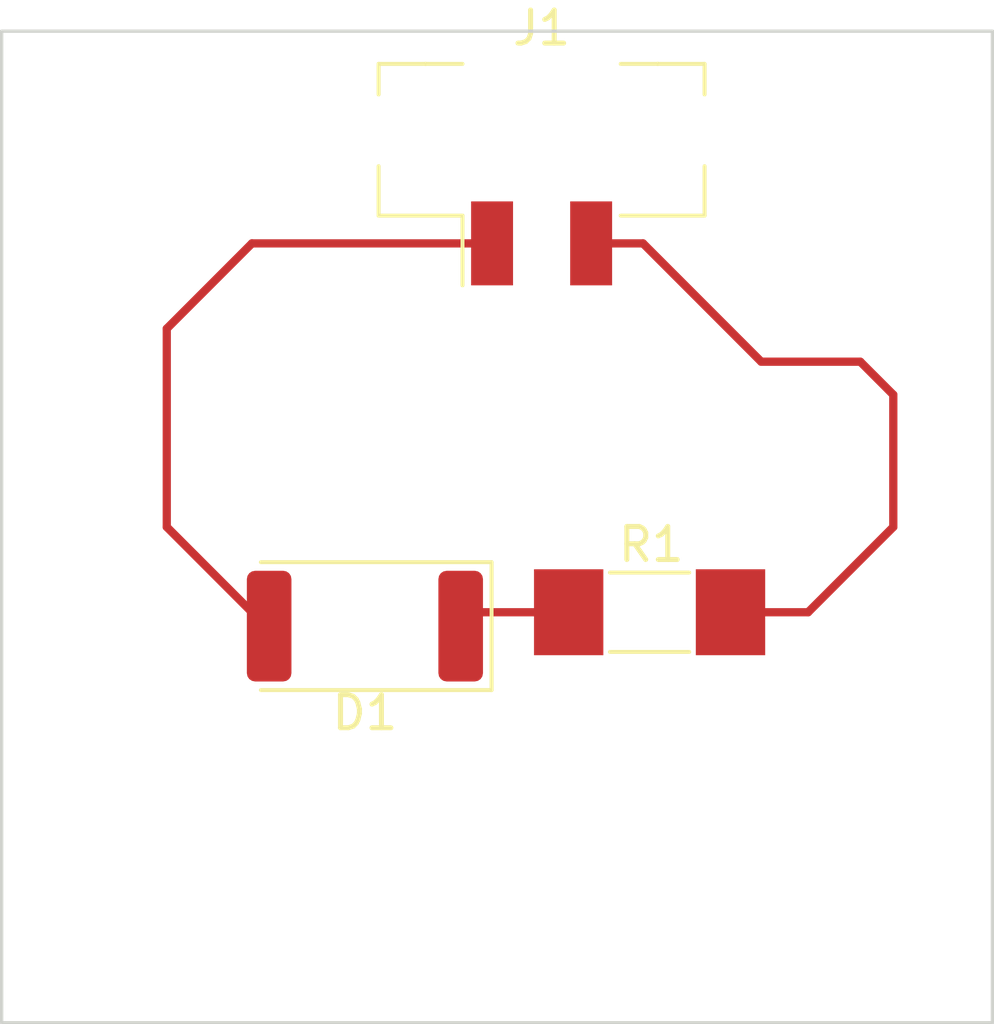
<source format=kicad_pcb>
(kicad_pcb (version 20221018) (generator pcbnew)
  (layers (0 "F.Cu" signal) (31 "B.Cu" signal) (34 "B.Paste" user) (35 "F.Paste" user) (36 "B.SilkS" user "B.Silkscreen") (37 "F.SilkS" user "F.Silkscreen") (38 "B.Mask" user) (39 "F.Mask" user) (44 "Edge.Cuts" user))
  (net 0 "")
  (net 1 "Net-(D1-K)")
  (net 2 "+3V3")
  (net 3 "GND")
  (footprint "Connector_Molex:Molex_Micro-Fit_3.0_43650-0221_1x02_P3.00mm_Vertical" (layer "F.Cu") (at 126.35 43.285)
    (fp_text reference "J1" (at 0 -3.38) (layer "F.SilkS"))
    (fp_text value "Conn_01x02_Pin")
    (fp_line (start -4.935 -2.295) (end -3.515 -2.295) (stroke (width 0.12)) (layer "F.SilkS"))
    (fp_line (start -4.935 -1.37) (end -4.935 -2.295) (stroke (width 0.12)) (layer "F.SilkS"))
    (fp_line (start -4.935 0.8) (end -4.935 2.295) (stroke (width 0.12)) (layer "F.SilkS"))
    (fp_line (start -4.935 2.295) (end -2.395 2.295) (stroke (width 0.12)) (layer "F.SilkS"))
    (fp_line (start -3.515 -2.295) (end -3.515 -2.295) (stroke (width 0.12)) (layer "F.SilkS"))
    (fp_line (start -3.515 -2.295) (end -2.395 -2.295) (stroke (width 0.12)) (layer "F.SilkS"))
    (fp_line (start -2.395 2.295) (end -2.395 4.405) (stroke (width 0.12)) (layer "F.SilkS"))
    (fp_line (start 3.515 -2.295) (end 2.395 -2.295) (stroke (width 0.12)) (layer "F.SilkS"))
    (fp_line (start 3.515 -2.295) (end 3.515 -2.295) (stroke (width 0.12)) (layer "F.SilkS"))
    (fp_line (start 4.935 -2.295) (end 3.515 -2.295) (stroke (width 0.12)) (layer "F.SilkS"))
    (fp_line (start 4.935 -1.37) (end 4.935 -2.295) (stroke (width 0.12)) (layer "F.SilkS"))
    (fp_line (start 4.935 0.8) (end 4.935 2.295) (stroke (width 0.12)) (layer "F.SilkS"))
    (fp_line (start 4.935 2.295) (end 2.395 2.295) (stroke (width 0.12)) (layer "F.SilkS"))
    (pad "" np_thru_hole circle (at -3.65 -0.285) (size 2.41 2.41) (drill 2.41) (layers "*.Cu" "*.Mask"))
    (pad "" np_thru_hole circle (at 3.65 -0.285) (size 2.41 2.41) (drill 2.41) (layers "*.Cu" "*.Mask"))
    (pad "1" smd rect (at -1.5 3.135) (size 1.27 2.54) (layers "F.Cu" "F.Paste" "F.Mask") (net 2 "+3V3"))
    (pad "2" smd rect (at 1.5 3.135) (size 1.27 2.54) (layers "F.Cu" "F.Paste" "F.Mask") (net 3 "GND"))
  )
  (footprint "Resistor_SMD:R_MELF_MMB-0207" (layer "F.Cu") (at 129.62 57.58)
    (fp_text reference "R1" (at 0.05 -2.05) (layer "F.SilkS"))
    (fp_text value "R")
    (fp_line (start 1.2 -1.2) (end -1.2 -1.2) (stroke (width 0.12)) (layer "F.SilkS"))
    (fp_line (start 1.2 1.2) (end -1.2 1.2) (stroke (width 0.12)) (layer "F.SilkS"))
    (pad "1" smd rect (at -2.45 0) (size 2.1 2.6) (layers "F.Cu" "F.Paste" "F.Mask") (net 1 "Net-(D1-K)"))
    (pad "2" smd rect (at 2.45 0) (size 2.1 2.6) (layers "F.Cu" "F.Paste" "F.Mask") (net 3 "GND"))
  )
  (footprint "LED_SMD:LED_2512_6332Metric" (layer "F.Cu") (at 121 58 180)
    (fp_text reference "D1" (at 0 -2.62) (layer "F.SilkS"))
    (fp_text value "LED")
    (fp_line (start -3.835 -1.935) (end -3.835 1.935) (stroke (width 0.12)) (layer "F.SilkS"))
    (fp_line (start -3.835 1.935) (end 3.15 1.935) (stroke (width 0.12)) (layer "F.SilkS"))
    (fp_line (start 3.15 -1.935) (end -3.835 -1.935) (stroke (width 0.12)) (layer "F.SilkS"))
    (pad "1" smd roundrect (at -2.9 0 180) (size 1.35 3.35) (layers "F.Cu" "F.Paste" "F.Mask") (roundrect_rratio 0.185185) (net 1 "Net-(D1-K)"))
    (pad "2" smd roundrect (at 2.9 0 180) (size 1.35 3.35) (layers "F.Cu" "F.Paste" "F.Mask") (roundrect_rratio 0.185185) (net 2 "+3V3"))
  )
  (gr_line (start 110 70) (end 140 70) (stroke (width 0.1)) (layer "Edge.Cuts"))
  (gr_line (start 140 70) (end 140 40) (stroke (width 0.1)) (layer "Edge.Cuts"))
  (gr_line (start 110 40) (end 110 70) (stroke (width 0.1)) (layer "Edge.Cuts"))
  (gr_line (start 140 40) (end 110 40) (stroke (width 0.1)) (layer "Edge.Cuts"))
  (segment (start 124.32 57.58) (end 127.17 57.58) (width 0.25) (layer "F.Cu") (net 1))
  (segment (start 123.9 58) (end 124.32 57.58) (width 0.25) (layer "F.Cu") (net 1))
  (segment (start 118 58) (end 115 55) (width 0.25) (layer "F.Cu") (net 2))
  (segment (start 115 49) (end 117.58 46.42) (width 0.25) (layer "F.Cu") (net 2))
  (segment (start 118.1 58) (end 118 58) (width 0.25) (layer "F.Cu") (net 2))
  (segment (start 115 55) (end 115 49) (width 0.25) (layer "F.Cu") (net 2))
  (segment (start 117.58 46.42) (end 124.85 46.42) (width 0.25) (layer "F.Cu") (net 2))
  (segment (start 136 50) (end 133 50) (width 0.25) (layer "F.Cu") (net 3))
  (segment (start 137 55) (end 137 51) (width 0.25) (layer "F.Cu") (net 3))
  (segment (start 132.07 57.58) (end 134.42 57.58) (width 0.25) (layer "F.Cu") (net 3))
  (segment (start 129.42 46.42) (end 127.85 46.42) (width 0.25) (layer "F.Cu") (net 3))
  (segment (start 137 51) (end 136 50) (width 0.25) (layer "F.Cu") (net 3))
  (segment (start 134.42 57.58) (end 137 55) (width 0.25) (layer "F.Cu") (net 3))
  (segment (start 133 50) (end 129.42 46.42) (width 0.25) (layer "F.Cu") (net 3))
)
</source>
